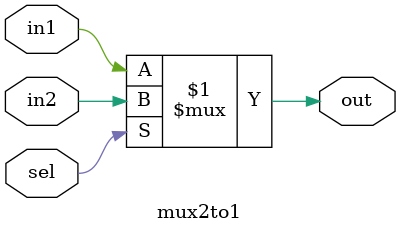
<source format=v>
module mux2to1(in1, in2, sel, out);
input in1, in2;
input sel;
output out;

assign out = (sel)?in2:in1;

endmodule



</source>
